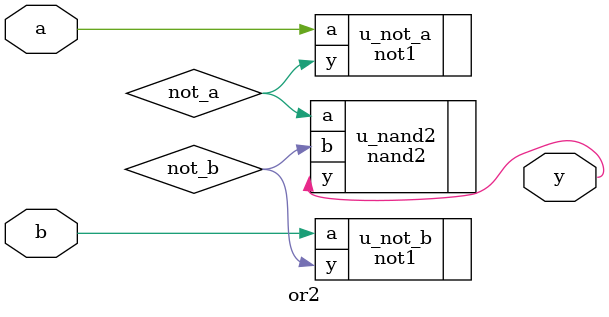
<source format=sv>
module or2(
    input  wire a,
    input  wire b,
    output wire y
);
    wire not_a, not_b;

    not1 u_not_a(.a(a), .y(not_a));
    not1 u_not_b(.a(b), .y(not_b));

    nand2 u_nand2(.a(not_a), .b(not_b), .y(y));
endmodule

</source>
